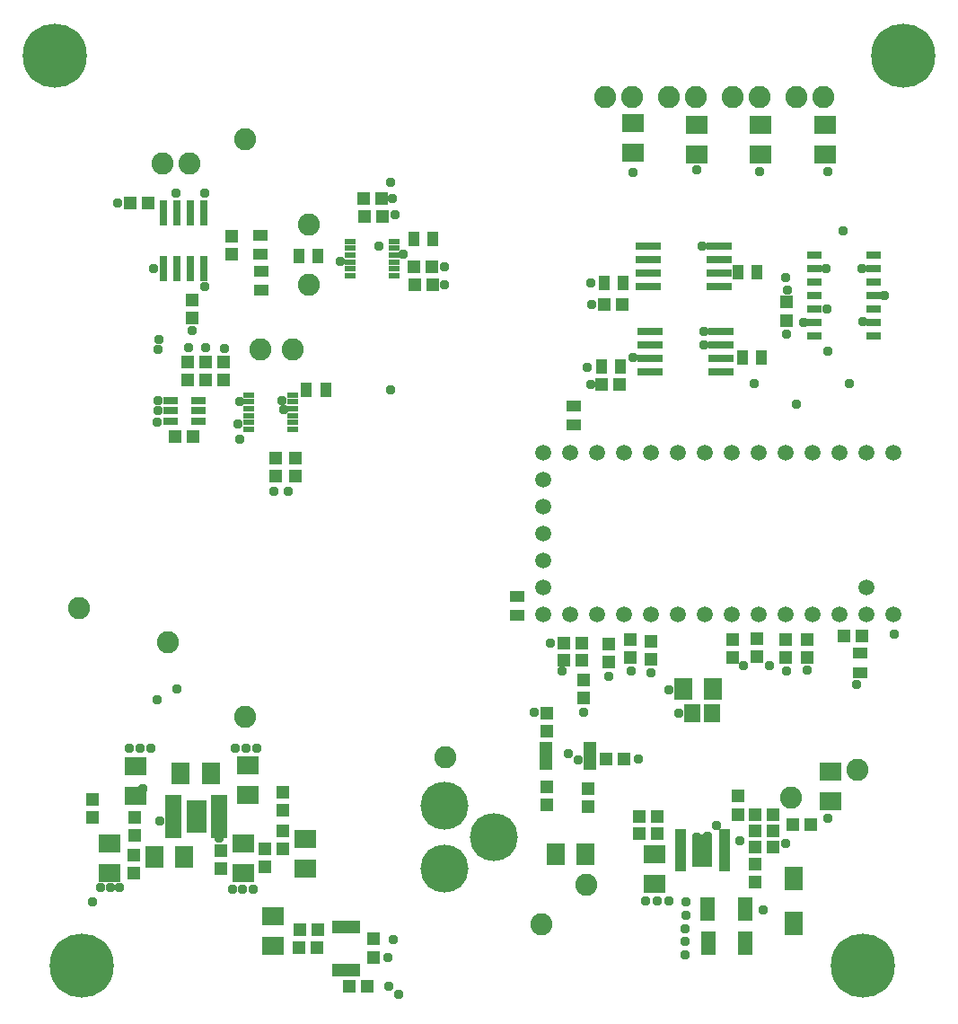
<source format=gbr>
G04 EAGLE Gerber RS-274X export*
G75*
%MOMM*%
%FSLAX34Y34*%
%LPD*%
%INSoldermask Top*%
%IPPOS*%
%AMOC8*
5,1,8,0,0,1.08239X$1,22.5*%
G01*
%ADD10R,1.203200X1.303200*%
%ADD11R,2.003200X1.803200*%
%ADD12R,1.303200X1.203200*%
%ADD13R,1.473200X2.263200*%
%ADD14R,1.803200X2.003200*%
%ADD15C,4.521200*%
%ADD16R,1.803200X2.203200*%
%ADD17R,1.403200X1.003200*%
%ADD18R,1.003200X1.403200*%
%ADD19C,2.082800*%
%ADD20R,1.092200X0.508000*%
%ADD21R,1.854200X3.048000*%
%ADD22R,0.803200X2.403200*%
%ADD23R,1.203200X0.653200*%
%ADD24R,0.653200X1.203200*%
%ADD25R,1.016000X0.609600*%
%ADD26R,1.600200X0.482600*%
%ADD27R,1.955800X3.149600*%
%ADD28C,1.511200*%
%ADD29R,2.403200X0.803200*%
%ADD30C,6.045200*%
%ADD31R,1.503200X1.803200*%
%ADD32R,1.403200X0.803200*%
%ADD33R,1.403200X0.753200*%
%ADD34C,0.959600*%


D10*
X217900Y729000D03*
X217900Y712000D03*
D11*
X286600Y160400D03*
X286600Y132400D03*
D12*
X407400Y683100D03*
X390400Y683100D03*
X406500Y700100D03*
X389500Y700100D03*
X342400Y746900D03*
X359400Y746900D03*
X342300Y763900D03*
X359300Y763900D03*
D10*
X710900Y136800D03*
X710900Y119800D03*
D11*
X616100Y146400D03*
X616100Y118400D03*
D13*
X701650Y94400D03*
X666550Y94400D03*
X702150Y62400D03*
X667050Y62400D03*
D12*
X618900Y182100D03*
X601900Y182100D03*
X711000Y152900D03*
X728000Y152900D03*
X728100Y183100D03*
X711100Y183100D03*
X583200Y589100D03*
X566200Y589100D03*
D14*
X169600Y222600D03*
X197600Y222600D03*
D11*
X232400Y201800D03*
X232400Y229800D03*
D14*
X145000Y143600D03*
X173000Y143600D03*
D11*
X228400Y128200D03*
X228400Y156200D03*
X102600Y156600D03*
X102600Y128600D03*
D15*
X417800Y192200D03*
X417800Y132200D03*
X464800Y162200D03*
D16*
X747300Y123000D03*
X747300Y81000D03*
D10*
X266000Y151000D03*
X266000Y168000D03*
D11*
X256100Y88000D03*
X256100Y60000D03*
D12*
X299100Y75000D03*
X282100Y75000D03*
X298200Y58000D03*
X281200Y58000D03*
X530700Y345000D03*
X547700Y345000D03*
X530600Y329000D03*
X547600Y329000D03*
D10*
X515000Y279500D03*
X515000Y262500D03*
X515000Y192400D03*
X515000Y209400D03*
X554000Y191300D03*
X554000Y208300D03*
X351000Y49200D03*
X351000Y66200D03*
D17*
X245100Y695800D03*
X245100Y677800D03*
D10*
X207000Y149900D03*
X207000Y132900D03*
D12*
X619000Y166000D03*
X602000Y166000D03*
X728100Y168000D03*
X711100Y168000D03*
D10*
X695000Y183800D03*
X695000Y200800D03*
D12*
X763300Y174000D03*
X746300Y174000D03*
D17*
X244900Y729400D03*
X244900Y711400D03*
D10*
X85900Y181100D03*
X85900Y198100D03*
X265900Y188000D03*
X265900Y205000D03*
D11*
X781900Y196300D03*
X781900Y224300D03*
D18*
X566000Y606100D03*
X584000Y606100D03*
D14*
X522800Y146100D03*
X550800Y146100D03*
D10*
X125900Y181200D03*
X125900Y164200D03*
X124900Y145300D03*
X124900Y128300D03*
X249000Y134100D03*
X249000Y151100D03*
D19*
X807900Y226100D03*
X744800Y199100D03*
X551700Y117100D03*
X73600Y378100D03*
X230500Y276100D03*
X157400Y346100D03*
X177700Y797300D03*
X152300Y797300D03*
D20*
X640980Y167680D03*
X640980Y162680D03*
X640980Y157680D03*
X640980Y152680D03*
X640980Y147680D03*
X640980Y142680D03*
X640980Y137680D03*
X640980Y132680D03*
X682480Y132680D03*
X682480Y137680D03*
X682480Y142680D03*
X682480Y147680D03*
X682480Y152680D03*
X682480Y157680D03*
X682480Y162680D03*
X682480Y167680D03*
D21*
X661300Y149900D03*
D22*
X178150Y750600D03*
X178150Y698600D03*
X190850Y750600D03*
X165450Y750600D03*
X152750Y750600D03*
X190850Y698600D03*
X165450Y698600D03*
X152750Y698600D03*
D23*
X555200Y228950D03*
X555200Y235450D03*
X555200Y241950D03*
X555200Y248450D03*
X514200Y248450D03*
X514200Y241950D03*
X514200Y235450D03*
X514200Y228950D03*
D24*
X315450Y36800D03*
X321950Y36800D03*
X328450Y36800D03*
X334950Y36800D03*
X334950Y77800D03*
X328450Y77800D03*
X321950Y77800D03*
X315450Y77800D03*
D25*
X370400Y691500D03*
X370400Y698000D03*
X370400Y704500D03*
X370400Y711000D03*
X370400Y717500D03*
X370400Y724000D03*
X328900Y724000D03*
X328900Y717500D03*
X328900Y711000D03*
X328900Y704500D03*
X328900Y698000D03*
X328900Y691500D03*
D26*
X205944Y164087D03*
X205944Y169091D03*
X205944Y174094D03*
X205944Y179098D03*
X205944Y184102D03*
X205944Y189106D03*
X205944Y194110D03*
X205944Y199113D03*
X162256Y199113D03*
X162256Y194110D03*
X162256Y189106D03*
X162256Y184102D03*
X162256Y179098D03*
X162256Y174094D03*
X162256Y169091D03*
X162256Y164087D03*
D27*
X184100Y181600D03*
D28*
X841600Y524300D03*
X816200Y524300D03*
X790800Y524300D03*
X765400Y524300D03*
X740000Y524300D03*
X714600Y524300D03*
X689200Y524300D03*
X663800Y524300D03*
X638400Y524300D03*
X613000Y524300D03*
X587600Y524300D03*
X562200Y524300D03*
X536800Y524300D03*
X511400Y524300D03*
X511400Y498900D03*
X511400Y473500D03*
X511400Y448100D03*
X511400Y397300D03*
X511400Y371900D03*
X536800Y371900D03*
X562200Y371900D03*
X587600Y371900D03*
X613000Y371900D03*
X638400Y371900D03*
X663800Y371900D03*
X689200Y371900D03*
X714600Y371900D03*
X740000Y371900D03*
X765400Y371900D03*
X790800Y371900D03*
X816200Y371900D03*
X841600Y371900D03*
X816200Y397300D03*
X511400Y422700D03*
D17*
X810400Y317400D03*
X810400Y335400D03*
D12*
X794900Y351500D03*
X811900Y351500D03*
D29*
X678700Y613850D03*
X612100Y613850D03*
X678700Y601150D03*
X678700Y626550D03*
X678700Y639250D03*
X612100Y601150D03*
X612100Y626550D03*
X612100Y639250D03*
D12*
X585700Y664500D03*
X568700Y664500D03*
D18*
X568700Y684400D03*
X586700Y684400D03*
D29*
X677300Y693850D03*
X610700Y693850D03*
X677300Y681150D03*
X677300Y706550D03*
X677300Y719250D03*
X610700Y681150D03*
X610700Y706550D03*
X610700Y719250D03*
D30*
X50800Y898600D03*
X812800Y41300D03*
X850900Y898600D03*
X76200Y41300D03*
D19*
X290000Y740000D03*
X230000Y820000D03*
X290000Y683000D03*
X510000Y80000D03*
X419000Y238000D03*
D31*
X651500Y279000D03*
X670500Y279000D03*
D19*
X570000Y860000D03*
X595400Y860000D03*
D14*
X671000Y302000D03*
X643000Y302000D03*
D11*
X596000Y835000D03*
X596000Y807000D03*
D19*
X630000Y860000D03*
X655400Y860000D03*
D11*
X656000Y834000D03*
X656000Y806000D03*
D19*
X690000Y860000D03*
X715400Y860000D03*
D11*
X716000Y834000D03*
X716000Y806000D03*
D19*
X750000Y860000D03*
X775400Y860000D03*
D11*
X777000Y834000D03*
X777000Y806000D03*
X127000Y201000D03*
X127000Y229000D03*
D32*
X767000Y710750D03*
X767000Y698050D03*
X767000Y685350D03*
X767000Y672650D03*
X767000Y659950D03*
X767000Y647250D03*
X767000Y634550D03*
X823000Y634550D03*
X823000Y647250D03*
X823000Y659950D03*
X823000Y672650D03*
X823000Y685350D03*
X823000Y698050D03*
X823000Y710750D03*
D10*
X741000Y666500D03*
X741000Y649500D03*
X180000Y668500D03*
X180000Y651500D03*
D12*
X138500Y760000D03*
X121500Y760000D03*
X570500Y236000D03*
X587500Y236000D03*
X345500Y22000D03*
X328500Y22000D03*
D25*
X275000Y546700D03*
X275000Y553200D03*
X275000Y559700D03*
X275000Y566200D03*
X275000Y572700D03*
X275000Y579200D03*
X233500Y579200D03*
X233500Y572700D03*
X233500Y566200D03*
X233500Y559700D03*
X233500Y553200D03*
X233500Y546700D03*
D10*
X278000Y502500D03*
X278000Y519500D03*
X259000Y502500D03*
X259000Y519500D03*
X210000Y593500D03*
X210000Y610500D03*
X193000Y593500D03*
X193000Y610500D03*
D19*
X245000Y622000D03*
X275000Y622000D03*
D18*
X281000Y710000D03*
X299000Y710000D03*
D33*
X160000Y573500D03*
X160000Y564000D03*
X160000Y554500D03*
X186000Y554500D03*
X186000Y564000D03*
X186000Y573500D03*
D12*
X181500Y540000D03*
X164500Y540000D03*
D10*
X176000Y593500D03*
X176000Y610500D03*
D18*
X389000Y726000D03*
X407000Y726000D03*
X288000Y584000D03*
X306000Y584000D03*
D17*
X540000Y569000D03*
X540000Y551000D03*
X487000Y371000D03*
X487000Y389000D03*
D18*
X717000Y614000D03*
X699000Y614000D03*
X713000Y695000D03*
X695000Y695000D03*
D10*
X613000Y329500D03*
X613000Y346500D03*
X690000Y331500D03*
X690000Y348500D03*
X713000Y332500D03*
X713000Y349500D03*
X740000Y331500D03*
X740000Y348500D03*
X760000Y331500D03*
X760000Y348500D03*
X593000Y331500D03*
X593000Y348500D03*
X573000Y327500D03*
X573000Y344500D03*
X549000Y293500D03*
X549000Y310500D03*
D34*
X367000Y584000D03*
X710000Y590000D03*
X356000Y719000D03*
X265000Y574000D03*
X596000Y614000D03*
X663000Y626000D03*
X165000Y769000D03*
X144000Y698000D03*
X192000Y769000D03*
X192000Y681000D03*
X94000Y115000D03*
X103000Y115000D03*
X112000Y115000D03*
X218000Y113000D03*
X228000Y113000D03*
X238000Y113000D03*
X221000Y246000D03*
X231000Y246000D03*
X241000Y246000D03*
X141000Y246000D03*
X131000Y246000D03*
X121000Y246000D03*
X166000Y302000D03*
X320000Y704794D03*
X148000Y622000D03*
X149000Y631000D03*
X147000Y292000D03*
X180000Y640000D03*
X110000Y760000D03*
X211000Y623000D03*
X193000Y624000D03*
X177000Y624000D03*
X148000Y574000D03*
X148000Y564000D03*
X147000Y553000D03*
X225000Y572624D03*
X225000Y537000D03*
X223000Y552000D03*
X266612Y564912D03*
X271000Y488000D03*
X257000Y488000D03*
X842000Y354000D03*
X556000Y589000D03*
X557000Y664000D03*
X666000Y163000D03*
X656000Y162000D03*
X656000Y153000D03*
X666000Y153000D03*
X666000Y143000D03*
X656000Y143000D03*
X646000Y101000D03*
X646000Y89000D03*
X645000Y76000D03*
X645000Y64000D03*
X645000Y51000D03*
X608000Y102000D03*
X619000Y102000D03*
X630000Y102000D03*
X503000Y280000D03*
X372000Y749000D03*
X369000Y764000D03*
X418000Y700000D03*
X418000Y683000D03*
X379000Y712000D03*
X663000Y639000D03*
X661000Y719000D03*
X529000Y319000D03*
X639000Y279000D03*
X535000Y241000D03*
X365000Y49000D03*
X740000Y156000D03*
X741000Y636000D03*
X812000Y698000D03*
X778000Y698000D03*
X757000Y647000D03*
X813000Y648000D03*
X833000Y673000D03*
X613000Y317000D03*
X741000Y319000D03*
X700000Y323576D03*
X725000Y324000D03*
X760000Y320000D03*
X549000Y280000D03*
X573000Y314000D03*
X594000Y319000D03*
X366000Y22000D03*
X601000Y236000D03*
X807000Y306000D03*
X553000Y605000D03*
X556000Y685000D03*
X367000Y779088D03*
X780000Y790000D03*
X715000Y790000D03*
X656000Y791000D03*
X596000Y789000D03*
X630000Y301000D03*
X544000Y235000D03*
X742000Y678000D03*
X375000Y13942D03*
X674751Y173424D03*
X133829Y207664D03*
X86000Y101274D03*
X205944Y161702D03*
X149965Y177526D03*
X370000Y66000D03*
X697000Y159256D03*
X719000Y94000D03*
X518000Y345000D03*
X780000Y180000D03*
X750000Y570000D03*
X794000Y734000D03*
X779000Y660000D03*
X780000Y620000D03*
X800000Y590000D03*
X740000Y690000D03*
M02*

</source>
